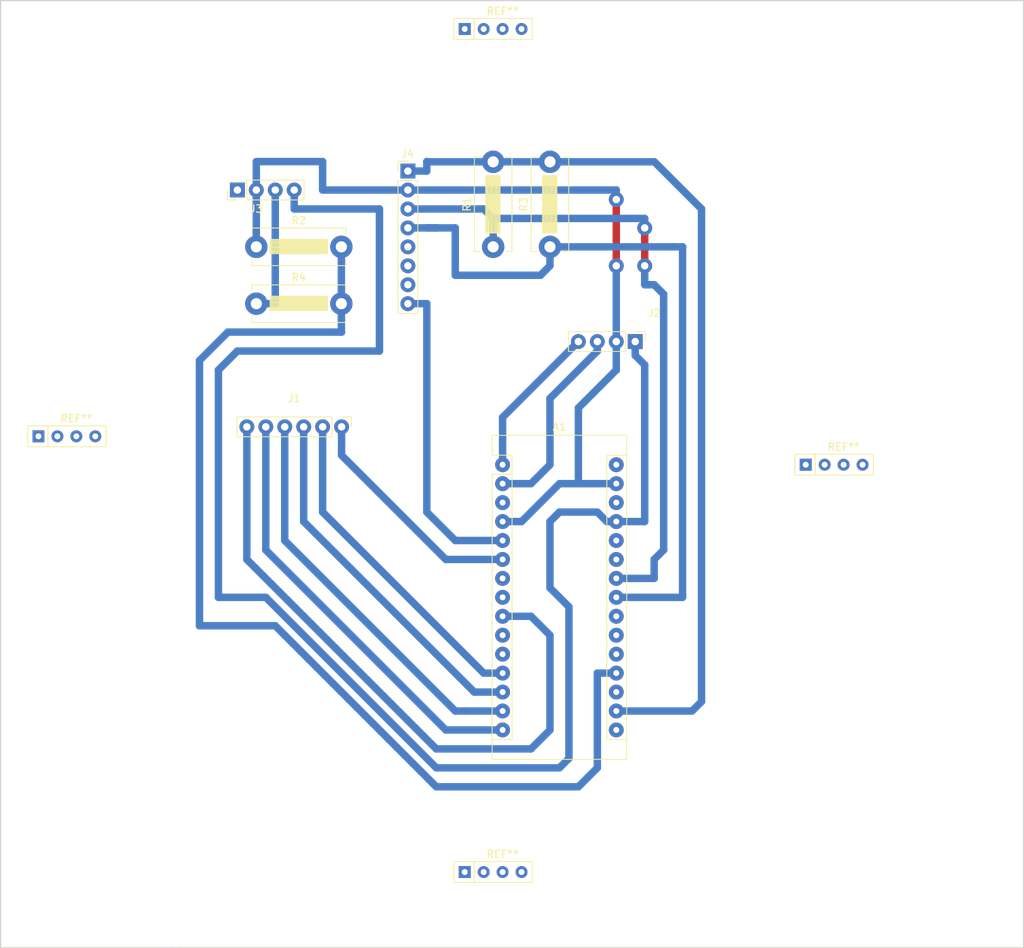
<source format=kicad_pcb>
(kicad_pcb (version 20171130) (host pcbnew 5.0.2+dfsg1-1)

  (general
    (thickness 1.6)
    (drawings 6)
    (tracks 123)
    (zones 0)
    (modules 13)
    (nets 35)
  )

  (page A4)
  (layers
    (0 F.Cu signal)
    (31 B.Cu signal)
    (32 B.Adhes user)
    (33 F.Adhes user)
    (34 B.Paste user)
    (35 F.Paste user)
    (36 B.SilkS user)
    (37 F.SilkS user)
    (38 B.Mask user)
    (39 F.Mask user)
    (40 Dwgs.User user)
    (41 Cmts.User user)
    (42 Eco1.User user)
    (43 Eco2.User user)
    (44 Edge.Cuts user)
    (45 Margin user)
    (46 B.CrtYd user)
    (47 F.CrtYd user)
    (48 B.Fab user)
    (49 F.Fab user)
  )

  (setup
    (last_trace_width 1)
    (user_trace_width 1)
    (user_trace_width 1.5)
    (user_trace_width 2)
    (trace_clearance 0.2)
    (zone_clearance 0.508)
    (zone_45_only no)
    (trace_min 1)
    (segment_width 0.2)
    (edge_width 0.15)
    (via_size 0.8)
    (via_drill 0.4)
    (via_min_size 0.8)
    (via_min_drill 0.3)
    (user_via 0.8 0.5)
    (user_via 1 0.7)
    (user_via 1.2 0.8)
    (user_via 1.6 1)
    (user_via 2 1.4)
    (uvia_size 0.6)
    (uvia_drill 0.4)
    (uvias_allowed no)
    (uvia_min_size 0.6)
    (uvia_min_drill 0.1)
    (pcb_text_width 0.3)
    (pcb_text_size 1.5 1.5)
    (mod_edge_width 0.15)
    (mod_text_size 1 1)
    (mod_text_width 0.15)
    (pad_size 2 2)
    (pad_drill 1)
    (pad_to_mask_clearance 0.051)
    (solder_mask_min_width 0.25)
    (aux_axis_origin 0 0)
    (visible_elements FFFFFF7F)
    (pcbplotparams
      (layerselection 0x01030_ffffffff)
      (usegerberextensions false)
      (usegerberattributes false)
      (usegerberadvancedattributes false)
      (creategerberjobfile false)
      (excludeedgelayer true)
      (linewidth 0.100000)
      (plotframeref false)
      (viasonmask false)
      (mode 1)
      (useauxorigin false)
      (hpglpennumber 1)
      (hpglpenspeed 20)
      (hpglpendiameter 15.000000)
      (psnegative false)
      (psa4output false)
      (plotreference true)
      (plotvalue true)
      (plotinvisibletext false)
      (padsonsilk false)
      (subtractmaskfromsilk false)
      (outputformat 1)
      (mirror false)
      (drillshape 0)
      (scaleselection 1)
      (outputdirectory "gerber2/"))
  )

  (net 0 "")
  (net 1 "Net-(A1-Pad1)")
  (net 2 "Net-(A1-Pad17)")
  (net 3 /TX)
  (net 4 "Net-(A1-Pad18)")
  (net 5 "Net-(A1-Pad3)")
  (net 6 "Net-(A1-Pad19)")
  (net 7 /GND)
  (net 8 "Net-(A1-Pad20)")
  (net 9 "Net-(A1-Pad5)")
  (net 10 "Net-(A1-Pad21)")
  (net 11 /EN1)
  (net 12 "Net-(A1-Pad22)")
  (net 13 "Net-(A1-Pad7)")
  (net 14 "Net-(A1-Pad23)")
  (net 15 "Net-(A1-Pad8)")
  (net 16 "Net-(A1-Pad24)")
  (net 17 /EN0)
  (net 18 "Net-(A1-Pad25)")
  (net 19 "Net-(A1-Pad10)")
  (net 20 "Net-(A1-Pad26)")
  (net 21 "Net-(A1-Pad11)")
  (net 22 /+5V)
  (net 23 "Net-(A1-Pad28)")
  (net 24 /IN1)
  (net 25 /IN2)
  (net 26 "Net-(A1-Pad30)")
  (net 27 /IN3)
  (net 28 /IN4)
  (net 29 "Net-(J3-Pad3)")
  (net 30 "Net-(J3-Pad1)")
  (net 31 "Net-(J4-Pad5)")
  (net 32 "Net-(J4-Pad6)")
  (net 33 "Net-(J4-Pad7)")
  (net 34 "Net-(A1-Pad16)")

  (net_class Default "Questo è il gruppo di collegamenti predefinito"
    (clearance 0.2)
    (trace_width 1)
    (via_dia 0.8)
    (via_drill 0.4)
    (uvia_dia 0.6)
    (uvia_drill 0.4)
    (diff_pair_gap 1)
    (diff_pair_width 1.2)
    (add_net /+5V)
    (add_net /EN0)
    (add_net /EN1)
    (add_net /GND)
    (add_net /IN1)
    (add_net /IN2)
    (add_net /IN3)
    (add_net /IN4)
    (add_net /TX)
    (add_net "Net-(A1-Pad1)")
    (add_net "Net-(A1-Pad10)")
    (add_net "Net-(A1-Pad11)")
    (add_net "Net-(A1-Pad16)")
    (add_net "Net-(A1-Pad17)")
    (add_net "Net-(A1-Pad18)")
    (add_net "Net-(A1-Pad19)")
    (add_net "Net-(A1-Pad20)")
    (add_net "Net-(A1-Pad21)")
    (add_net "Net-(A1-Pad22)")
    (add_net "Net-(A1-Pad23)")
    (add_net "Net-(A1-Pad24)")
    (add_net "Net-(A1-Pad25)")
    (add_net "Net-(A1-Pad26)")
    (add_net "Net-(A1-Pad28)")
    (add_net "Net-(A1-Pad3)")
    (add_net "Net-(A1-Pad30)")
    (add_net "Net-(A1-Pad5)")
    (add_net "Net-(A1-Pad7)")
    (add_net "Net-(A1-Pad8)")
    (add_net "Net-(J3-Pad1)")
    (add_net "Net-(J3-Pad3)")
    (add_net "Net-(J4-Pad5)")
    (add_net "Net-(J4-Pad6)")
    (add_net "Net-(J4-Pad7)")
  )

  (module Resistor_THT:R_Array_SIP4 (layer F.Cu) (tedit 5A14249F) (tstamp 5E47A6E6)
    (at 54.61 96.52)
    (descr "4-pin Resistor SIP pack")
    (tags R)
    (fp_text reference REF** (at 5.08 -2.4) (layer F.SilkS)
      (effects (font (size 1 1) (thickness 0.15)))
    )
    (fp_text value R_Array_SIP4 (at 5.08 2.4) (layer F.Fab)
      (effects (font (size 1 1) (thickness 0.15)))
    )
    (fp_text user %R (at 3.81 0) (layer F.Fab)
      (effects (font (size 1 1) (thickness 0.15)))
    )
    (fp_line (start -1.29 -1.25) (end -1.29 1.25) (layer F.Fab) (width 0.1))
    (fp_line (start -1.29 1.25) (end 8.91 1.25) (layer F.Fab) (width 0.1))
    (fp_line (start 8.91 1.25) (end 8.91 -1.25) (layer F.Fab) (width 0.1))
    (fp_line (start 8.91 -1.25) (end -1.29 -1.25) (layer F.Fab) (width 0.1))
    (fp_line (start 1.27 -1.25) (end 1.27 1.25) (layer F.Fab) (width 0.1))
    (fp_line (start -1.44 -1.4) (end -1.44 1.4) (layer F.SilkS) (width 0.12))
    (fp_line (start -1.44 1.4) (end 9.06 1.4) (layer F.SilkS) (width 0.12))
    (fp_line (start 9.06 1.4) (end 9.06 -1.4) (layer F.SilkS) (width 0.12))
    (fp_line (start 9.06 -1.4) (end -1.44 -1.4) (layer F.SilkS) (width 0.12))
    (fp_line (start 1.27 -1.4) (end 1.27 1.4) (layer F.SilkS) (width 0.12))
    (fp_line (start -1.7 -1.65) (end -1.7 1.65) (layer F.CrtYd) (width 0.05))
    (fp_line (start -1.7 1.65) (end 9.35 1.65) (layer F.CrtYd) (width 0.05))
    (fp_line (start 9.35 1.65) (end 9.35 -1.65) (layer F.CrtYd) (width 0.05))
    (fp_line (start 9.35 -1.65) (end -1.7 -1.65) (layer F.CrtYd) (width 0.05))
    (pad 1 thru_hole rect (at 0 0) (size 1.6 1.6) (drill 0.8) (layers *.Cu *.Mask))
    (pad 2 thru_hole oval (at 2.54 0) (size 1.6 1.6) (drill 0.8) (layers *.Cu *.Mask))
    (pad 3 thru_hole oval (at 5.08 0) (size 1.6 1.6) (drill 0.8) (layers *.Cu *.Mask))
    (pad 4 thru_hole oval (at 7.62 0) (size 1.6 1.6) (drill 0.8) (layers *.Cu *.Mask))
    (model ${KISYS3DMOD}/Resistor_THT.3dshapes/R_Array_SIP4.wrl
      (at (xyz 0 0 0))
      (scale (xyz 1 1 1))
      (rotate (xyz 0 0 0))
    )
  )

  (module Resistor_THT:R_Array_SIP4 (layer F.Cu) (tedit 5A14249F) (tstamp 5E47A6E6)
    (at 111.76 41.91)
    (descr "4-pin Resistor SIP pack")
    (tags R)
    (fp_text reference REF** (at 5.08 -2.4) (layer F.SilkS)
      (effects (font (size 1 1) (thickness 0.15)))
    )
    (fp_text value R_Array_SIP4 (at 5.08 2.4) (layer F.Fab)
      (effects (font (size 1 1) (thickness 0.15)))
    )
    (fp_text user %R (at 3.81 0) (layer F.Fab)
      (effects (font (size 1 1) (thickness 0.15)))
    )
    (fp_line (start -1.29 -1.25) (end -1.29 1.25) (layer F.Fab) (width 0.1))
    (fp_line (start -1.29 1.25) (end 8.91 1.25) (layer F.Fab) (width 0.1))
    (fp_line (start 8.91 1.25) (end 8.91 -1.25) (layer F.Fab) (width 0.1))
    (fp_line (start 8.91 -1.25) (end -1.29 -1.25) (layer F.Fab) (width 0.1))
    (fp_line (start 1.27 -1.25) (end 1.27 1.25) (layer F.Fab) (width 0.1))
    (fp_line (start -1.44 -1.4) (end -1.44 1.4) (layer F.SilkS) (width 0.12))
    (fp_line (start -1.44 1.4) (end 9.06 1.4) (layer F.SilkS) (width 0.12))
    (fp_line (start 9.06 1.4) (end 9.06 -1.4) (layer F.SilkS) (width 0.12))
    (fp_line (start 9.06 -1.4) (end -1.44 -1.4) (layer F.SilkS) (width 0.12))
    (fp_line (start 1.27 -1.4) (end 1.27 1.4) (layer F.SilkS) (width 0.12))
    (fp_line (start -1.7 -1.65) (end -1.7 1.65) (layer F.CrtYd) (width 0.05))
    (fp_line (start -1.7 1.65) (end 9.35 1.65) (layer F.CrtYd) (width 0.05))
    (fp_line (start 9.35 1.65) (end 9.35 -1.65) (layer F.CrtYd) (width 0.05))
    (fp_line (start 9.35 -1.65) (end -1.7 -1.65) (layer F.CrtYd) (width 0.05))
    (pad 1 thru_hole rect (at 0 0) (size 1.6 1.6) (drill 0.8) (layers *.Cu *.Mask))
    (pad 2 thru_hole oval (at 2.54 0) (size 1.6 1.6) (drill 0.8) (layers *.Cu *.Mask))
    (pad 3 thru_hole oval (at 5.08 0) (size 1.6 1.6) (drill 0.8) (layers *.Cu *.Mask))
    (pad 4 thru_hole oval (at 7.62 0) (size 1.6 1.6) (drill 0.8) (layers *.Cu *.Mask))
    (model ${KISYS3DMOD}/Resistor_THT.3dshapes/R_Array_SIP4.wrl
      (at (xyz 0 0 0))
      (scale (xyz 1 1 1))
      (rotate (xyz 0 0 0))
    )
  )

  (module Resistor_THT:R_Array_SIP4 (layer F.Cu) (tedit 5A14249F) (tstamp 5E47A6E6)
    (at 157.48 100.33)
    (descr "4-pin Resistor SIP pack")
    (tags R)
    (fp_text reference REF** (at 5.08 -2.4) (layer F.SilkS)
      (effects (font (size 1 1) (thickness 0.15)))
    )
    (fp_text value R_Array_SIP4 (at 5.08 2.4) (layer F.Fab)
      (effects (font (size 1 1) (thickness 0.15)))
    )
    (fp_text user %R (at 3.81 0) (layer F.Fab)
      (effects (font (size 1 1) (thickness 0.15)))
    )
    (fp_line (start -1.29 -1.25) (end -1.29 1.25) (layer F.Fab) (width 0.1))
    (fp_line (start -1.29 1.25) (end 8.91 1.25) (layer F.Fab) (width 0.1))
    (fp_line (start 8.91 1.25) (end 8.91 -1.25) (layer F.Fab) (width 0.1))
    (fp_line (start 8.91 -1.25) (end -1.29 -1.25) (layer F.Fab) (width 0.1))
    (fp_line (start 1.27 -1.25) (end 1.27 1.25) (layer F.Fab) (width 0.1))
    (fp_line (start -1.44 -1.4) (end -1.44 1.4) (layer F.SilkS) (width 0.12))
    (fp_line (start -1.44 1.4) (end 9.06 1.4) (layer F.SilkS) (width 0.12))
    (fp_line (start 9.06 1.4) (end 9.06 -1.4) (layer F.SilkS) (width 0.12))
    (fp_line (start 9.06 -1.4) (end -1.44 -1.4) (layer F.SilkS) (width 0.12))
    (fp_line (start 1.27 -1.4) (end 1.27 1.4) (layer F.SilkS) (width 0.12))
    (fp_line (start -1.7 -1.65) (end -1.7 1.65) (layer F.CrtYd) (width 0.05))
    (fp_line (start -1.7 1.65) (end 9.35 1.65) (layer F.CrtYd) (width 0.05))
    (fp_line (start 9.35 1.65) (end 9.35 -1.65) (layer F.CrtYd) (width 0.05))
    (fp_line (start 9.35 -1.65) (end -1.7 -1.65) (layer F.CrtYd) (width 0.05))
    (pad 1 thru_hole rect (at 0 0) (size 1.6 1.6) (drill 0.8) (layers *.Cu *.Mask))
    (pad 2 thru_hole oval (at 2.54 0) (size 1.6 1.6) (drill 0.8) (layers *.Cu *.Mask))
    (pad 3 thru_hole oval (at 5.08 0) (size 1.6 1.6) (drill 0.8) (layers *.Cu *.Mask))
    (pad 4 thru_hole oval (at 7.62 0) (size 1.6 1.6) (drill 0.8) (layers *.Cu *.Mask))
    (model ${KISYS3DMOD}/Resistor_THT.3dshapes/R_Array_SIP4.wrl
      (at (xyz 0 0 0))
      (scale (xyz 1 1 1))
      (rotate (xyz 0 0 0))
    )
  )

  (module Module:Arduino_Nano (layer F.Cu) (tedit 5E3B5642) (tstamp 5E42B2DA)
    (at 116.84 100.33)
    (descr "Arduino Nano, http://www.mouser.com/pdfdocs/Gravitech_Arduino_Nano3_0.pdf")
    (tags "Arduino Nano")
    (path /5E347C27)
    (fp_text reference A1 (at 7.62 -5.08) (layer F.SilkS)
      (effects (font (size 1 1) (thickness 0.15)))
    )
    (fp_text value Arduino_Nano_v3.x (at 8.89 19.05 90) (layer F.Fab)
      (effects (font (size 1 1) (thickness 0.15)))
    )
    (fp_text user %R (at 6.35 19.05 90) (layer F.Fab)
      (effects (font (size 1 1) (thickness 0.15)))
    )
    (fp_line (start 1.27 1.27) (end 1.27 -1.27) (layer F.SilkS) (width 0.12))
    (fp_line (start 1.27 -1.27) (end -1.4 -1.27) (layer F.SilkS) (width 0.12))
    (fp_line (start -1.4 1.27) (end -1.4 39.5) (layer F.SilkS) (width 0.12))
    (fp_line (start -1.4 -3.94) (end -1.4 -1.27) (layer F.SilkS) (width 0.12))
    (fp_line (start 13.97 -1.27) (end 16.64 -1.27) (layer F.SilkS) (width 0.12))
    (fp_line (start 13.97 -1.27) (end 13.97 36.83) (layer F.SilkS) (width 0.12))
    (fp_line (start 13.97 36.83) (end 16.64 36.83) (layer F.SilkS) (width 0.12))
    (fp_line (start 1.27 1.27) (end -1.4 1.27) (layer F.SilkS) (width 0.12))
    (fp_line (start 1.27 1.27) (end 1.27 36.83) (layer F.SilkS) (width 0.12))
    (fp_line (start 1.27 36.83) (end -1.4 36.83) (layer F.SilkS) (width 0.12))
    (fp_line (start 3.81 31.75) (end 11.43 31.75) (layer F.Fab) (width 0.1))
    (fp_line (start 11.43 31.75) (end 11.43 41.91) (layer F.Fab) (width 0.1))
    (fp_line (start 11.43 41.91) (end 3.81 41.91) (layer F.Fab) (width 0.1))
    (fp_line (start 3.81 41.91) (end 3.81 31.75) (layer F.Fab) (width 0.1))
    (fp_line (start -1.4 39.5) (end 16.64 39.5) (layer F.SilkS) (width 0.12))
    (fp_line (start 16.64 39.5) (end 16.64 -3.94) (layer F.SilkS) (width 0.12))
    (fp_line (start 16.64 -3.94) (end -1.4 -3.94) (layer F.SilkS) (width 0.12))
    (fp_line (start 16.51 39.37) (end -1.27 39.37) (layer F.Fab) (width 0.1))
    (fp_line (start -1.27 39.37) (end -1.27 -2.54) (layer F.Fab) (width 0.1))
    (fp_line (start -1.27 -2.54) (end 0 -3.81) (layer F.Fab) (width 0.1))
    (fp_line (start 0 -3.81) (end 16.51 -3.81) (layer F.Fab) (width 0.1))
    (fp_line (start 16.51 -3.81) (end 16.51 39.37) (layer F.Fab) (width 0.1))
    (fp_line (start -1.53 -4.06) (end 16.75 -4.06) (layer F.CrtYd) (width 0.05))
    (fp_line (start -1.53 -4.06) (end -1.53 42.16) (layer F.CrtYd) (width 0.05))
    (fp_line (start 16.75 42.16) (end 16.75 -4.06) (layer F.CrtYd) (width 0.05))
    (fp_line (start 16.75 42.16) (end -1.53 42.16) (layer F.CrtYd) (width 0.05))
    (pad 1 thru_hole oval (at 0 0) (size 2 2) (drill 0.8) (layers *.Cu *.Mask)
      (net 1 "Net-(A1-Pad1)"))
    (pad 17 thru_hole oval (at 15.24 33.02) (size 2 2) (drill 0.8) (layers *.Cu *.Mask)
      (net 2 "Net-(A1-Pad17)"))
    (pad 2 thru_hole oval (at 0 2.54) (size 2 2) (drill 0.8) (layers *.Cu *.Mask)
      (net 3 /TX))
    (pad 18 thru_hole oval (at 15.24 30.48) (size 2 2) (drill 0.8) (layers *.Cu *.Mask)
      (net 4 "Net-(A1-Pad18)"))
    (pad 3 thru_hole oval (at 0 5.08) (size 2 2) (drill 0.8) (layers *.Cu *.Mask)
      (net 5 "Net-(A1-Pad3)"))
    (pad 19 thru_hole oval (at 15.24 27.94) (size 2 2) (drill 0.8) (layers *.Cu *.Mask)
      (net 6 "Net-(A1-Pad19)"))
    (pad 4 thru_hole oval (at 0 7.62) (size 2 2) (drill 0.8) (layers *.Cu *.Mask)
      (net 7 /GND))
    (pad 20 thru_hole oval (at 15.24 25.4) (size 2 2) (drill 0.8) (layers *.Cu *.Mask)
      (net 8 "Net-(A1-Pad20)"))
    (pad 5 thru_hole oval (at 0 10.16) (size 2 2) (drill 0.8) (layers *.Cu *.Mask)
      (net 9 "Net-(A1-Pad5)"))
    (pad 21 thru_hole oval (at 15.24 22.86) (size 2 2) (drill 0.8) (layers *.Cu *.Mask)
      (net 10 "Net-(A1-Pad21)"))
    (pad 6 thru_hole oval (at 0 12.7) (size 2 2) (drill 0.8) (layers *.Cu *.Mask)
      (net 11 /EN1))
    (pad 22 thru_hole oval (at 15.24 20.32) (size 2 2) (drill 0.8) (layers *.Cu *.Mask)
      (net 12 "Net-(A1-Pad22)"))
    (pad 7 thru_hole oval (at 0 15.24) (size 2 2) (drill 0.8) (layers *.Cu *.Mask)
      (net 13 "Net-(A1-Pad7)"))
    (pad 23 thru_hole oval (at 15.24 17.78) (size 2 2) (drill 0.8) (layers *.Cu *.Mask)
      (net 14 "Net-(A1-Pad23)"))
    (pad 8 thru_hole oval (at 0 17.78) (size 2 2) (drill 0.8) (layers *.Cu *.Mask)
      (net 15 "Net-(A1-Pad8)"))
    (pad 24 thru_hole oval (at 15.24 15.24) (size 2 2) (drill 0.8) (layers *.Cu *.Mask)
      (net 16 "Net-(A1-Pad24)"))
    (pad 9 thru_hole oval (at 0 20.32) (size 2 2) (drill 0.8) (layers *.Cu *.Mask)
      (net 17 /EN0))
    (pad 25 thru_hole oval (at 15.24 12.7) (size 2 2) (drill 0.8) (layers *.Cu *.Mask)
      (net 18 "Net-(A1-Pad25)"))
    (pad 10 thru_hole oval (at 0 22.86) (size 2 2) (drill 0.8) (layers *.Cu *.Mask)
      (net 19 "Net-(A1-Pad10)"))
    (pad 26 thru_hole oval (at 15.24 10.16) (size 2 2) (drill 0.8) (layers *.Cu *.Mask)
      (net 20 "Net-(A1-Pad26)"))
    (pad 11 thru_hole oval (at 0 25.4) (size 2 2) (drill 0.8) (layers *.Cu *.Mask)
      (net 21 "Net-(A1-Pad11)"))
    (pad 27 thru_hole oval (at 15.24 7.62) (size 2 2) (drill 0.8) (layers *.Cu *.Mask)
      (net 22 /+5V))
    (pad 12 thru_hole oval (at 0 27.94) (size 2 2) (drill 0.8) (layers *.Cu *.Mask)
      (net 24 /IN1))
    (pad 28 thru_hole oval (at 15.24 5.08) (size 2 2) (drill 0.8) (layers *.Cu *.Mask)
      (net 23 "Net-(A1-Pad28)"))
    (pad 13 thru_hole oval (at 0 30.48) (size 2 2) (drill 0.8) (layers *.Cu *.Mask)
      (net 25 /IN2))
    (pad 29 thru_hole oval (at 15.24 2.54) (size 2 2) (drill 0.8) (layers *.Cu *.Mask)
      (net 7 /GND))
    (pad 14 thru_hole oval (at 0 33.02) (size 2 2) (drill 0.8) (layers *.Cu *.Mask)
      (net 27 /IN3))
    (pad 30 thru_hole oval (at 15.24 0) (size 2 2) (drill 0.8) (layers *.Cu *.Mask)
      (net 26 "Net-(A1-Pad30)"))
    (pad 15 thru_hole oval (at 0 35.56) (size 2 2) (drill 0.8) (layers *.Cu *.Mask)
      (net 28 /IN4))
    (pad 16 thru_hole oval (at 15.24 35.56) (size 2 2) (drill 0.8) (layers *.Cu *.Mask)
      (net 34 "Net-(A1-Pad16)"))
    (model ${KISYS3DMOD}/Module.3dshapes/Arduino_Nano_WithMountingHoles.wrl
      (at (xyz 0 0 0))
      (scale (xyz 1 1 1))
      (rotate (xyz 0 0 0))
    )
  )

  (module Connector_PinHeader_2.54mm:PinHeader_1x06_P2.54mm_Vertical (layer F.Cu) (tedit 5E3B569A) (tstamp 5E42B2F4)
    (at 95.25 95.25 270)
    (descr "Through hole straight pin header, 1x06, 2.54mm pitch, single row")
    (tags "Through hole pin header THT 1x06 2.54mm single row")
    (path /5E348110)
    (fp_text reference J1 (at -3.81 6.35) (layer F.SilkS)
      (effects (font (size 1 1) (thickness 0.15)))
    )
    (fp_text value L298N (at -6.35 6.35) (layer F.Fab)
      (effects (font (size 1 1) (thickness 0.15)))
    )
    (fp_line (start -0.635 -1.27) (end 1.27 -1.27) (layer F.Fab) (width 0.1))
    (fp_line (start 1.27 -1.27) (end 1.27 13.97) (layer F.Fab) (width 0.1))
    (fp_line (start 1.27 13.97) (end -1.27 13.97) (layer F.Fab) (width 0.1))
    (fp_line (start -1.27 13.97) (end -1.27 -0.635) (layer F.Fab) (width 0.1))
    (fp_line (start -1.27 -0.635) (end -0.635 -1.27) (layer F.Fab) (width 0.1))
    (fp_line (start -1.33 14.03) (end 1.33 14.03) (layer F.SilkS) (width 0.12))
    (fp_line (start -1.33 1.27) (end -1.33 14.03) (layer F.SilkS) (width 0.12))
    (fp_line (start 1.33 1.27) (end 1.33 14.03) (layer F.SilkS) (width 0.12))
    (fp_line (start -1.33 1.27) (end 1.33 1.27) (layer F.SilkS) (width 0.12))
    (fp_line (start -1.33 0) (end -1.33 -1.33) (layer F.SilkS) (width 0.12))
    (fp_line (start -1.33 -1.33) (end 0 -1.33) (layer F.SilkS) (width 0.12))
    (fp_line (start -1.8 -1.8) (end -1.8 14.5) (layer F.CrtYd) (width 0.05))
    (fp_line (start -1.8 14.5) (end 1.8 14.5) (layer F.CrtYd) (width 0.05))
    (fp_line (start 1.8 14.5) (end 1.8 -1.8) (layer F.CrtYd) (width 0.05))
    (fp_line (start 1.8 -1.8) (end -1.8 -1.8) (layer F.CrtYd) (width 0.05))
    (fp_text user %R (at 0 6.35) (layer F.Fab)
      (effects (font (size 1 1) (thickness 0.15)))
    )
    (pad 1 thru_hole oval (at 0 0 270) (size 2 2) (drill 1) (layers *.Cu *.Mask)
      (net 11 /EN1))
    (pad 2 thru_hole oval (at 0 2.54 270) (size 2 2) (drill 1) (layers *.Cu *.Mask)
      (net 24 /IN1))
    (pad 3 thru_hole oval (at 0 5.08 270) (size 2 2) (drill 1) (layers *.Cu *.Mask)
      (net 25 /IN2))
    (pad 4 thru_hole oval (at 0 7.62 270) (size 2 2) (drill 1) (layers *.Cu *.Mask)
      (net 27 /IN3))
    (pad 5 thru_hole oval (at 0 10.16 270) (size 2 2) (drill 1) (layers *.Cu *.Mask)
      (net 28 /IN4))
    (pad 6 thru_hole oval (at 0 12.7 270) (size 2 2) (drill 1) (layers *.Cu *.Mask)
      (net 17 /EN0))
    (model ${KISYS3DMOD}/Connector_PinHeader_2.54mm.3dshapes/PinHeader_1x06_P2.54mm_Vertical.wrl
      (at (xyz 0 0 0))
      (scale (xyz 1 1 1))
      (rotate (xyz 0 0 0))
    )
  )

  (module Connector_PinHeader_2.54mm:PinHeader_1x04_P2.54mm_Vertical (layer F.Cu) (tedit 5E3B56EF) (tstamp 5E42B30C)
    (at 134.62 83.82 270)
    (descr "Through hole straight pin header, 1x04, 2.54mm pitch, single row")
    (tags "Through hole pin header THT 1x04 2.54mm single row")
    (path /5E348214)
    (fp_text reference J2 (at -3.81 -2.54) (layer F.SilkS)
      (effects (font (size 1 1) (thickness 0.15)))
    )
    (fp_text value HC-06 (at -3.81 7.62) (layer F.Fab)
      (effects (font (size 1 1) (thickness 0.15)))
    )
    (fp_line (start -0.635 -1.27) (end 1.27 -1.27) (layer F.Fab) (width 0.1))
    (fp_line (start 1.27 -1.27) (end 1.27 8.89) (layer F.Fab) (width 0.1))
    (fp_line (start 1.27 8.89) (end -1.27 8.89) (layer F.Fab) (width 0.1))
    (fp_line (start -1.27 8.89) (end -1.27 -0.635) (layer F.Fab) (width 0.1))
    (fp_line (start -1.27 -0.635) (end -0.635 -1.27) (layer F.Fab) (width 0.1))
    (fp_line (start -1.33 8.95) (end 1.33 8.95) (layer F.SilkS) (width 0.12))
    (fp_line (start -1.33 1.27) (end -1.33 8.95) (layer F.SilkS) (width 0.12))
    (fp_line (start 1.33 1.27) (end 1.33 8.95) (layer F.SilkS) (width 0.12))
    (fp_line (start -1.33 1.27) (end 1.33 1.27) (layer F.SilkS) (width 0.12))
    (fp_line (start -1.33 0) (end -1.33 -1.33) (layer F.SilkS) (width 0.12))
    (fp_line (start -1.33 -1.33) (end 0 -1.33) (layer F.SilkS) (width 0.12))
    (fp_line (start -1.8 -1.8) (end -1.8 9.4) (layer F.CrtYd) (width 0.05))
    (fp_line (start -1.8 9.4) (end 1.8 9.4) (layer F.CrtYd) (width 0.05))
    (fp_line (start 1.8 9.4) (end 1.8 -1.8) (layer F.CrtYd) (width 0.05))
    (fp_line (start 1.8 -1.8) (end -1.8 -1.8) (layer F.CrtYd) (width 0.05))
    (fp_text user %R (at 0 3.81) (layer F.Fab)
      (effects (font (size 1 1) (thickness 0.15)))
    )
    (pad 1 thru_hole rect (at 0 0 270) (size 2 2) (drill 1) (layers *.Cu *.Mask)
      (net 22 /+5V))
    (pad 2 thru_hole oval (at 0 2.54 270) (size 2 2) (drill 1) (layers *.Cu *.Mask)
      (net 7 /GND))
    (pad 3 thru_hole oval (at 0 5.08 270) (size 2 2) (drill 1) (layers *.Cu *.Mask)
      (net 3 /TX))
    (pad 4 thru_hole oval (at 0 7.62 270) (size 2 2) (drill 1) (layers *.Cu *.Mask)
      (net 1 "Net-(A1-Pad1)"))
    (model ${KISYS3DMOD}/Connector_PinHeader_2.54mm.3dshapes/PinHeader_1x04_P2.54mm_Vertical.wrl
      (at (xyz 0 0 0))
      (scale (xyz 1 1 1))
      (rotate (xyz 0 0 0))
    )
  )

  (module Connector_PinHeader_2.54mm:PinHeader_1x04_P2.54mm_Vertical (layer F.Cu) (tedit 5E3B56C6) (tstamp 5E42B324)
    (at 81.28 63.5 90)
    (descr "Through hole straight pin header, 1x04, 2.54mm pitch, single row")
    (tags "Through hole pin header THT 1x04 2.54mm single row")
    (path /5E348846)
    (fp_text reference J3 (at -2.54 2.54 180) (layer F.SilkS)
      (effects (font (size 1 1) (thickness 0.15)))
    )
    (fp_text value ALIM (at -5.08 2.54 180) (layer F.Fab)
      (effects (font (size 1 1) (thickness 0.15)))
    )
    (fp_text user %R (at 0 3.81 180) (layer F.Fab)
      (effects (font (size 1 1) (thickness 0.15)))
    )
    (fp_line (start 1.8 -1.8) (end -1.8 -1.8) (layer F.CrtYd) (width 0.05))
    (fp_line (start 1.8 9.4) (end 1.8 -1.8) (layer F.CrtYd) (width 0.05))
    (fp_line (start -1.8 9.4) (end 1.8 9.4) (layer F.CrtYd) (width 0.05))
    (fp_line (start -1.8 -1.8) (end -1.8 9.4) (layer F.CrtYd) (width 0.05))
    (fp_line (start -1.33 -1.33) (end 0 -1.33) (layer F.SilkS) (width 0.12))
    (fp_line (start -1.33 0) (end -1.33 -1.33) (layer F.SilkS) (width 0.12))
    (fp_line (start -1.33 1.27) (end 1.33 1.27) (layer F.SilkS) (width 0.12))
    (fp_line (start 1.33 1.27) (end 1.33 8.95) (layer F.SilkS) (width 0.12))
    (fp_line (start -1.33 1.27) (end -1.33 8.95) (layer F.SilkS) (width 0.12))
    (fp_line (start -1.33 8.95) (end 1.33 8.95) (layer F.SilkS) (width 0.12))
    (fp_line (start -1.27 -0.635) (end -0.635 -1.27) (layer F.Fab) (width 0.1))
    (fp_line (start -1.27 8.89) (end -1.27 -0.635) (layer F.Fab) (width 0.1))
    (fp_line (start 1.27 8.89) (end -1.27 8.89) (layer F.Fab) (width 0.1))
    (fp_line (start 1.27 -1.27) (end 1.27 8.89) (layer F.Fab) (width 0.1))
    (fp_line (start -0.635 -1.27) (end 1.27 -1.27) (layer F.Fab) (width 0.1))
    (pad 4 thru_hole oval (at 0 7.62 90) (size 2 2) (drill 1) (layers *.Cu *.Mask)
      (net 22 /+5V))
    (pad 3 thru_hole oval (at 0 5.08 90) (size 2 2) (drill 1) (layers *.Cu *.Mask)
      (net 29 "Net-(J3-Pad3)"))
    (pad 2 thru_hole oval (at 0 2.54 90) (size 2 2) (drill 1) (layers *.Cu *.Mask)
      (net 7 /GND))
    (pad 1 thru_hole rect (at 0 0 90) (size 2 2) (drill 1) (layers *.Cu *.Mask)
      (net 30 "Net-(J3-Pad1)"))
    (model ${KISYS3DMOD}/Connector_PinHeader_2.54mm.3dshapes/PinHeader_1x04_P2.54mm_Vertical.wrl
      (at (xyz 0 0 0))
      (scale (xyz 1 1 1))
      (rotate (xyz 0 0 0))
    )
  )

  (module Connector_PinHeader_2.54mm:PinHeader_1x08_P2.54mm_Vertical (layer F.Cu) (tedit 5E3B56CF) (tstamp 5E42B340)
    (at 104.14 60.96)
    (descr "Through hole straight pin header, 1x08, 2.54mm pitch, single row")
    (tags "Through hole pin header THT 1x08 2.54mm single row")
    (path /5E34804B)
    (fp_text reference J4 (at 0 -2.33) (layer F.SilkS)
      (effects (font (size 1 1) (thickness 0.15)))
    )
    (fp_text value GY-521 (at -3.81 -5.08) (layer F.Fab)
      (effects (font (size 1 1) (thickness 0.15)))
    )
    (fp_line (start -0.635 -1.27) (end 1.27 -1.27) (layer F.Fab) (width 0.1))
    (fp_line (start 1.27 -1.27) (end 1.27 19.05) (layer F.Fab) (width 0.1))
    (fp_line (start 1.27 19.05) (end -1.27 19.05) (layer F.Fab) (width 0.1))
    (fp_line (start -1.27 19.05) (end -1.27 -0.635) (layer F.Fab) (width 0.1))
    (fp_line (start -1.27 -0.635) (end -0.635 -1.27) (layer F.Fab) (width 0.1))
    (fp_line (start -1.33 19.11) (end 1.33 19.11) (layer F.SilkS) (width 0.12))
    (fp_line (start -1.33 1.27) (end -1.33 19.11) (layer F.SilkS) (width 0.12))
    (fp_line (start 1.33 1.27) (end 1.33 19.11) (layer F.SilkS) (width 0.12))
    (fp_line (start -1.33 1.27) (end 1.33 1.27) (layer F.SilkS) (width 0.12))
    (fp_line (start -1.33 0) (end -1.33 -1.33) (layer F.SilkS) (width 0.12))
    (fp_line (start -1.33 -1.33) (end 0 -1.33) (layer F.SilkS) (width 0.12))
    (fp_line (start -1.8 -1.8) (end -1.8 19.55) (layer F.CrtYd) (width 0.05))
    (fp_line (start -1.8 19.55) (end 1.8 19.55) (layer F.CrtYd) (width 0.05))
    (fp_line (start 1.8 19.55) (end 1.8 -1.8) (layer F.CrtYd) (width 0.05))
    (fp_line (start 1.8 -1.8) (end -1.8 -1.8) (layer F.CrtYd) (width 0.05))
    (fp_text user %R (at 0 8.89 90) (layer F.Fab)
      (effects (font (size 1 1) (thickness 0.15)))
    )
    (pad 1 thru_hole rect (at 0 0) (size 2 2) (drill 1) (layers *.Cu *.Mask)
      (net 2 "Net-(A1-Pad17)"))
    (pad 2 thru_hole oval (at 0 2.54) (size 2 2) (drill 1) (layers *.Cu *.Mask)
      (net 7 /GND))
    (pad 3 thru_hole oval (at 0 5.08) (size 2 2) (drill 1) (layers *.Cu *.Mask)
      (net 16 "Net-(A1-Pad24)"))
    (pad 4 thru_hole oval (at 0 7.62) (size 2 2) (drill 1) (layers *.Cu *.Mask)
      (net 14 "Net-(A1-Pad23)"))
    (pad 5 thru_hole oval (at 0 10.16) (size 2 2) (drill 1) (layers *.Cu *.Mask)
      (net 31 "Net-(J4-Pad5)"))
    (pad 6 thru_hole oval (at 0 12.7) (size 2 2) (drill 1) (layers *.Cu *.Mask)
      (net 32 "Net-(J4-Pad6)"))
    (pad 7 thru_hole oval (at 0 15.24) (size 2 2) (drill 1) (layers *.Cu *.Mask)
      (net 33 "Net-(J4-Pad7)"))
    (pad 8 thru_hole oval (at 0 17.78) (size 2 2) (drill 1) (layers *.Cu *.Mask)
      (net 9 "Net-(A1-Pad5)"))
    (model ${KISYS3DMOD}/Connector_PinHeader_2.54mm.3dshapes/PinHeader_1x08_P2.54mm_Vertical.wrl
      (at (xyz 0 0 0))
      (scale (xyz 1 1 1))
      (rotate (xyz 0 0 0))
    )
  )

  (module Resistor_THT:R_Bare_Metal_Element_L12.4mm_W4.8mm_P11.40mm (layer F.Cu) (tedit 5AE5139B) (tstamp 5E42B368)
    (at 115.57 71.12 90)
    (descr "Resistor, Bare_Metal_Element series, Bare Metal Strip/Wire, Horizontal, pin pitch=11.4mm, 1W, length*width=12.4*4.8mm^2, https://www.bourns.com/pdfs/PWR4412-2S.pdf")
    (tags "Resistor Bare_Metal_Element series Bare Metal Strip Wire Horizontal pin pitch 11.4mm 1W length 12.4mm width 4.8mm ")
    (path /5E34AA6E)
    (fp_text reference R1 (at 5.7 -3.52 90) (layer F.SilkS)
      (effects (font (size 1 1) (thickness 0.15)))
    )
    (fp_text value R (at 5.7 3.52 90) (layer F.Fab)
      (effects (font (size 1 1) (thickness 0.15)))
    )
    (fp_text user %R (at 5.7 0 90) (layer F.Fab)
      (effects (font (size 1 1) (thickness 0.15)))
    )
    (fp_line (start 13.15 -2.65) (end -1.75 -2.65) (layer F.CrtYd) (width 0.05))
    (fp_line (start 13.15 2.65) (end 13.15 -2.65) (layer F.CrtYd) (width 0.05))
    (fp_line (start -1.75 2.65) (end 13.15 2.65) (layer F.CrtYd) (width 0.05))
    (fp_line (start -1.75 -2.65) (end -1.75 2.65) (layer F.CrtYd) (width 0.05))
    (fp_line (start 9.54 -1) (end 9.54 0.92) (layer F.SilkS) (width 0.12))
    (fp_line (start 1.86 -1) (end 1.86 0.92) (layer F.SilkS) (width 0.12))
    (fp_line (start 1.86 0.92) (end 9.54 0.92) (layer F.SilkS) (width 0.12))
    (fp_line (start 1.86 0.8) (end 9.54 0.8) (layer F.SilkS) (width 0.12))
    (fp_line (start 1.86 0.68) (end 9.54 0.68) (layer F.SilkS) (width 0.12))
    (fp_line (start 1.86 0.56) (end 9.54 0.56) (layer F.SilkS) (width 0.12))
    (fp_line (start 1.86 0.44) (end 9.54 0.44) (layer F.SilkS) (width 0.12))
    (fp_line (start 1.86 0.32) (end 9.54 0.32) (layer F.SilkS) (width 0.12))
    (fp_line (start 1.86 0.2) (end 9.54 0.2) (layer F.SilkS) (width 0.12))
    (fp_line (start 1.86 0.08) (end 9.54 0.08) (layer F.SilkS) (width 0.12))
    (fp_line (start 1.86 -0.04) (end 9.54 -0.04) (layer F.SilkS) (width 0.12))
    (fp_line (start 1.86 -0.16) (end 9.54 -0.16) (layer F.SilkS) (width 0.12))
    (fp_line (start 1.86 -0.28) (end 9.54 -0.28) (layer F.SilkS) (width 0.12))
    (fp_line (start 1.86 -0.4) (end 9.54 -0.4) (layer F.SilkS) (width 0.12))
    (fp_line (start 1.86 -0.52) (end 9.54 -0.52) (layer F.SilkS) (width 0.12))
    (fp_line (start 1.86 -0.64) (end 9.54 -0.64) (layer F.SilkS) (width 0.12))
    (fp_line (start 1.86 -0.76) (end 9.54 -0.76) (layer F.SilkS) (width 0.12))
    (fp_line (start 1.86 -0.88) (end 9.54 -0.88) (layer F.SilkS) (width 0.12))
    (fp_line (start 1.86 -1) (end 9.54 -1) (layer F.SilkS) (width 0.12))
    (fp_line (start 12.02 2.52) (end 12.02 1.74) (layer F.SilkS) (width 0.12))
    (fp_line (start -0.62 2.52) (end 12.02 2.52) (layer F.SilkS) (width 0.12))
    (fp_line (start -0.62 1.74) (end -0.62 2.52) (layer F.SilkS) (width 0.12))
    (fp_line (start 12.02 -2.52) (end 12.02 -1.74) (layer F.SilkS) (width 0.12))
    (fp_line (start -0.62 -2.52) (end 12.02 -2.52) (layer F.SilkS) (width 0.12))
    (fp_line (start -0.62 -1.74) (end -0.62 -2.52) (layer F.SilkS) (width 0.12))
    (fp_line (start 11.9 -2.4) (end -0.5 -2.4) (layer F.Fab) (width 0.1))
    (fp_line (start 11.9 2.4) (end 11.9 -2.4) (layer F.Fab) (width 0.1))
    (fp_line (start -0.5 2.4) (end 11.9 2.4) (layer F.Fab) (width 0.1))
    (fp_line (start -0.5 -2.4) (end -0.5 2.4) (layer F.Fab) (width 0.1))
    (pad 2 thru_hole oval (at 11.4 0 90) (size 3 3) (drill 1.5) (layers *.Cu *.Mask)
      (net 2 "Net-(A1-Pad17)"))
    (pad 1 thru_hole circle (at 0 0 90) (size 3 3) (drill 1.5) (layers *.Cu *.Mask)
      (net 16 "Net-(A1-Pad24)"))
    (model ${KISYS3DMOD}/Resistor_THT.3dshapes/R_Bare_Metal_Element_L12.4mm_W4.8mm_P11.40mm.wrl
      (at (xyz 0 0 0))
      (scale (xyz 1 1 1))
      (rotate (xyz 0 0 0))
    )
  )

  (module Resistor_THT:R_Bare_Metal_Element_L12.4mm_W4.8mm_P11.40mm (layer F.Cu) (tedit 5AE5139B) (tstamp 5E42B390)
    (at 83.82 71.12)
    (descr "Resistor, Bare_Metal_Element series, Bare Metal Strip/Wire, Horizontal, pin pitch=11.4mm, 1W, length*width=12.4*4.8mm^2, https://www.bourns.com/pdfs/PWR4412-2S.pdf")
    (tags "Resistor Bare_Metal_Element series Bare Metal Strip Wire Horizontal pin pitch 11.4mm 1W length 12.4mm width 4.8mm ")
    (path /5E34E27D)
    (fp_text reference R2 (at 5.7 -3.52) (layer F.SilkS)
      (effects (font (size 1 1) (thickness 0.15)))
    )
    (fp_text value R (at 5.7 3.52) (layer F.Fab)
      (effects (font (size 1 1) (thickness 0.15)))
    )
    (fp_text user %R (at 5.7 0) (layer F.Fab)
      (effects (font (size 1 1) (thickness 0.15)))
    )
    (fp_line (start 13.15 -2.65) (end -1.75 -2.65) (layer F.CrtYd) (width 0.05))
    (fp_line (start 13.15 2.65) (end 13.15 -2.65) (layer F.CrtYd) (width 0.05))
    (fp_line (start -1.75 2.65) (end 13.15 2.65) (layer F.CrtYd) (width 0.05))
    (fp_line (start -1.75 -2.65) (end -1.75 2.65) (layer F.CrtYd) (width 0.05))
    (fp_line (start 9.54 -1) (end 9.54 0.92) (layer F.SilkS) (width 0.12))
    (fp_line (start 1.86 -1) (end 1.86 0.92) (layer F.SilkS) (width 0.12))
    (fp_line (start 1.86 0.92) (end 9.54 0.92) (layer F.SilkS) (width 0.12))
    (fp_line (start 1.86 0.8) (end 9.54 0.8) (layer F.SilkS) (width 0.12))
    (fp_line (start 1.86 0.68) (end 9.54 0.68) (layer F.SilkS) (width 0.12))
    (fp_line (start 1.86 0.56) (end 9.54 0.56) (layer F.SilkS) (width 0.12))
    (fp_line (start 1.86 0.44) (end 9.54 0.44) (layer F.SilkS) (width 0.12))
    (fp_line (start 1.86 0.32) (end 9.54 0.32) (layer F.SilkS) (width 0.12))
    (fp_line (start 1.86 0.2) (end 9.54 0.2) (layer F.SilkS) (width 0.12))
    (fp_line (start 1.86 0.08) (end 9.54 0.08) (layer F.SilkS) (width 0.12))
    (fp_line (start 1.86 -0.04) (end 9.54 -0.04) (layer F.SilkS) (width 0.12))
    (fp_line (start 1.86 -0.16) (end 9.54 -0.16) (layer F.SilkS) (width 0.12))
    (fp_line (start 1.86 -0.28) (end 9.54 -0.28) (layer F.SilkS) (width 0.12))
    (fp_line (start 1.86 -0.4) (end 9.54 -0.4) (layer F.SilkS) (width 0.12))
    (fp_line (start 1.86 -0.52) (end 9.54 -0.52) (layer F.SilkS) (width 0.12))
    (fp_line (start 1.86 -0.64) (end 9.54 -0.64) (layer F.SilkS) (width 0.12))
    (fp_line (start 1.86 -0.76) (end 9.54 -0.76) (layer F.SilkS) (width 0.12))
    (fp_line (start 1.86 -0.88) (end 9.54 -0.88) (layer F.SilkS) (width 0.12))
    (fp_line (start 1.86 -1) (end 9.54 -1) (layer F.SilkS) (width 0.12))
    (fp_line (start 12.02 2.52) (end 12.02 1.74) (layer F.SilkS) (width 0.12))
    (fp_line (start -0.62 2.52) (end 12.02 2.52) (layer F.SilkS) (width 0.12))
    (fp_line (start -0.62 1.74) (end -0.62 2.52) (layer F.SilkS) (width 0.12))
    (fp_line (start 12.02 -2.52) (end 12.02 -1.74) (layer F.SilkS) (width 0.12))
    (fp_line (start -0.62 -2.52) (end 12.02 -2.52) (layer F.SilkS) (width 0.12))
    (fp_line (start -0.62 -1.74) (end -0.62 -2.52) (layer F.SilkS) (width 0.12))
    (fp_line (start 11.9 -2.4) (end -0.5 -2.4) (layer F.Fab) (width 0.1))
    (fp_line (start 11.9 2.4) (end 11.9 -2.4) (layer F.Fab) (width 0.1))
    (fp_line (start -0.5 2.4) (end 11.9 2.4) (layer F.Fab) (width 0.1))
    (fp_line (start -0.5 -2.4) (end -0.5 2.4) (layer F.Fab) (width 0.1))
    (pad 2 thru_hole oval (at 11.4 0) (size 3 3) (drill 1.5) (layers *.Cu *.Mask)
      (net 6 "Net-(A1-Pad19)"))
    (pad 1 thru_hole circle (at 0 0) (size 3 3) (drill 1.5) (layers *.Cu *.Mask)
      (net 7 /GND))
    (model ${KISYS3DMOD}/Resistor_THT.3dshapes/R_Bare_Metal_Element_L12.4mm_W4.8mm_P11.40mm.wrl
      (at (xyz 0 0 0))
      (scale (xyz 1 1 1))
      (rotate (xyz 0 0 0))
    )
  )

  (module Resistor_THT:R_Bare_Metal_Element_L12.4mm_W4.8mm_P11.40mm (layer F.Cu) (tedit 5AE5139B) (tstamp 5E42B3B8)
    (at 123.19 71.12 90)
    (descr "Resistor, Bare_Metal_Element series, Bare Metal Strip/Wire, Horizontal, pin pitch=11.4mm, 1W, length*width=12.4*4.8mm^2, https://www.bourns.com/pdfs/PWR4412-2S.pdf")
    (tags "Resistor Bare_Metal_Element series Bare Metal Strip Wire Horizontal pin pitch 11.4mm 1W length 12.4mm width 4.8mm ")
    (path /5E34AA0C)
    (fp_text reference R3 (at 5.7 -3.52 90) (layer F.SilkS)
      (effects (font (size 1 1) (thickness 0.15)))
    )
    (fp_text value R (at 5.7 3.52 90) (layer F.Fab)
      (effects (font (size 1 1) (thickness 0.15)))
    )
    (fp_line (start -0.5 -2.4) (end -0.5 2.4) (layer F.Fab) (width 0.1))
    (fp_line (start -0.5 2.4) (end 11.9 2.4) (layer F.Fab) (width 0.1))
    (fp_line (start 11.9 2.4) (end 11.9 -2.4) (layer F.Fab) (width 0.1))
    (fp_line (start 11.9 -2.4) (end -0.5 -2.4) (layer F.Fab) (width 0.1))
    (fp_line (start -0.62 -1.74) (end -0.62 -2.52) (layer F.SilkS) (width 0.12))
    (fp_line (start -0.62 -2.52) (end 12.02 -2.52) (layer F.SilkS) (width 0.12))
    (fp_line (start 12.02 -2.52) (end 12.02 -1.74) (layer F.SilkS) (width 0.12))
    (fp_line (start -0.62 1.74) (end -0.62 2.52) (layer F.SilkS) (width 0.12))
    (fp_line (start -0.62 2.52) (end 12.02 2.52) (layer F.SilkS) (width 0.12))
    (fp_line (start 12.02 2.52) (end 12.02 1.74) (layer F.SilkS) (width 0.12))
    (fp_line (start 1.86 -1) (end 9.54 -1) (layer F.SilkS) (width 0.12))
    (fp_line (start 1.86 -0.88) (end 9.54 -0.88) (layer F.SilkS) (width 0.12))
    (fp_line (start 1.86 -0.76) (end 9.54 -0.76) (layer F.SilkS) (width 0.12))
    (fp_line (start 1.86 -0.64) (end 9.54 -0.64) (layer F.SilkS) (width 0.12))
    (fp_line (start 1.86 -0.52) (end 9.54 -0.52) (layer F.SilkS) (width 0.12))
    (fp_line (start 1.86 -0.4) (end 9.54 -0.4) (layer F.SilkS) (width 0.12))
    (fp_line (start 1.86 -0.28) (end 9.54 -0.28) (layer F.SilkS) (width 0.12))
    (fp_line (start 1.86 -0.16) (end 9.54 -0.16) (layer F.SilkS) (width 0.12))
    (fp_line (start 1.86 -0.04) (end 9.54 -0.04) (layer F.SilkS) (width 0.12))
    (fp_line (start 1.86 0.08) (end 9.54 0.08) (layer F.SilkS) (width 0.12))
    (fp_line (start 1.86 0.2) (end 9.54 0.2) (layer F.SilkS) (width 0.12))
    (fp_line (start 1.86 0.32) (end 9.54 0.32) (layer F.SilkS) (width 0.12))
    (fp_line (start 1.86 0.44) (end 9.54 0.44) (layer F.SilkS) (width 0.12))
    (fp_line (start 1.86 0.56) (end 9.54 0.56) (layer F.SilkS) (width 0.12))
    (fp_line (start 1.86 0.68) (end 9.54 0.68) (layer F.SilkS) (width 0.12))
    (fp_line (start 1.86 0.8) (end 9.54 0.8) (layer F.SilkS) (width 0.12))
    (fp_line (start 1.86 0.92) (end 9.54 0.92) (layer F.SilkS) (width 0.12))
    (fp_line (start 1.86 -1) (end 1.86 0.92) (layer F.SilkS) (width 0.12))
    (fp_line (start 9.54 -1) (end 9.54 0.92) (layer F.SilkS) (width 0.12))
    (fp_line (start -1.75 -2.65) (end -1.75 2.65) (layer F.CrtYd) (width 0.05))
    (fp_line (start -1.75 2.65) (end 13.15 2.65) (layer F.CrtYd) (width 0.05))
    (fp_line (start 13.15 2.65) (end 13.15 -2.65) (layer F.CrtYd) (width 0.05))
    (fp_line (start 13.15 -2.65) (end -1.75 -2.65) (layer F.CrtYd) (width 0.05))
    (fp_text user %R (at 5.7 0 270) (layer F.Fab)
      (effects (font (size 1 1) (thickness 0.15)))
    )
    (pad 1 thru_hole circle (at 0 0 90) (size 3 3) (drill 1.5) (layers *.Cu *.Mask)
      (net 14 "Net-(A1-Pad23)"))
    (pad 2 thru_hole oval (at 11.4 0 90) (size 3 3) (drill 1.5) (layers *.Cu *.Mask)
      (net 2 "Net-(A1-Pad17)"))
    (model ${KISYS3DMOD}/Resistor_THT.3dshapes/R_Bare_Metal_Element_L12.4mm_W4.8mm_P11.40mm.wrl
      (at (xyz 0 0 0))
      (scale (xyz 1 1 1))
      (rotate (xyz 0 0 0))
    )
  )

  (module Resistor_THT:R_Bare_Metal_Element_L12.4mm_W4.8mm_P11.40mm (layer F.Cu) (tedit 5AE5139B) (tstamp 5E42B3E0)
    (at 83.82 78.74)
    (descr "Resistor, Bare_Metal_Element series, Bare Metal Strip/Wire, Horizontal, pin pitch=11.4mm, 1W, length*width=12.4*4.8mm^2, https://www.bourns.com/pdfs/PWR4412-2S.pdf")
    (tags "Resistor Bare_Metal_Element series Bare Metal Strip Wire Horizontal pin pitch 11.4mm 1W length 12.4mm width 4.8mm ")
    (path /5E34E21E)
    (fp_text reference R4 (at 5.7 -3.52) (layer F.SilkS)
      (effects (font (size 1 1) (thickness 0.15)))
    )
    (fp_text value R (at 5.7 3.52) (layer F.Fab)
      (effects (font (size 1 1) (thickness 0.15)))
    )
    (fp_line (start -0.5 -2.4) (end -0.5 2.4) (layer F.Fab) (width 0.1))
    (fp_line (start -0.5 2.4) (end 11.9 2.4) (layer F.Fab) (width 0.1))
    (fp_line (start 11.9 2.4) (end 11.9 -2.4) (layer F.Fab) (width 0.1))
    (fp_line (start 11.9 -2.4) (end -0.5 -2.4) (layer F.Fab) (width 0.1))
    (fp_line (start -0.62 -1.74) (end -0.62 -2.52) (layer F.SilkS) (width 0.12))
    (fp_line (start -0.62 -2.52) (end 12.02 -2.52) (layer F.SilkS) (width 0.12))
    (fp_line (start 12.02 -2.52) (end 12.02 -1.74) (layer F.SilkS) (width 0.12))
    (fp_line (start -0.62 1.74) (end -0.62 2.52) (layer F.SilkS) (width 0.12))
    (fp_line (start -0.62 2.52) (end 12.02 2.52) (layer F.SilkS) (width 0.12))
    (fp_line (start 12.02 2.52) (end 12.02 1.74) (layer F.SilkS) (width 0.12))
    (fp_line (start 1.86 -1) (end 9.54 -1) (layer F.SilkS) (width 0.12))
    (fp_line (start 1.86 -0.88) (end 9.54 -0.88) (layer F.SilkS) (width 0.12))
    (fp_line (start 1.86 -0.76) (end 9.54 -0.76) (layer F.SilkS) (width 0.12))
    (fp_line (start 1.86 -0.64) (end 9.54 -0.64) (layer F.SilkS) (width 0.12))
    (fp_line (start 1.86 -0.52) (end 9.54 -0.52) (layer F.SilkS) (width 0.12))
    (fp_line (start 1.86 -0.4) (end 9.54 -0.4) (layer F.SilkS) (width 0.12))
    (fp_line (start 1.86 -0.28) (end 9.54 -0.28) (layer F.SilkS) (width 0.12))
    (fp_line (start 1.86 -0.16) (end 9.54 -0.16) (layer F.SilkS) (width 0.12))
    (fp_line (start 1.86 -0.04) (end 9.54 -0.04) (layer F.SilkS) (width 0.12))
    (fp_line (start 1.86 0.08) (end 9.54 0.08) (layer F.SilkS) (width 0.12))
    (fp_line (start 1.86 0.2) (end 9.54 0.2) (layer F.SilkS) (width 0.12))
    (fp_line (start 1.86 0.32) (end 9.54 0.32) (layer F.SilkS) (width 0.12))
    (fp_line (start 1.86 0.44) (end 9.54 0.44) (layer F.SilkS) (width 0.12))
    (fp_line (start 1.86 0.56) (end 9.54 0.56) (layer F.SilkS) (width 0.12))
    (fp_line (start 1.86 0.68) (end 9.54 0.68) (layer F.SilkS) (width 0.12))
    (fp_line (start 1.86 0.8) (end 9.54 0.8) (layer F.SilkS) (width 0.12))
    (fp_line (start 1.86 0.92) (end 9.54 0.92) (layer F.SilkS) (width 0.12))
    (fp_line (start 1.86 -1) (end 1.86 0.92) (layer F.SilkS) (width 0.12))
    (fp_line (start 9.54 -1) (end 9.54 0.92) (layer F.SilkS) (width 0.12))
    (fp_line (start -1.75 -2.65) (end -1.75 2.65) (layer F.CrtYd) (width 0.05))
    (fp_line (start -1.75 2.65) (end 13.15 2.65) (layer F.CrtYd) (width 0.05))
    (fp_line (start 13.15 2.65) (end 13.15 -2.65) (layer F.CrtYd) (width 0.05))
    (fp_line (start 13.15 -2.65) (end -1.75 -2.65) (layer F.CrtYd) (width 0.05))
    (fp_text user %R (at 6.35 0) (layer F.Fab)
      (effects (font (size 1 1) (thickness 0.15)))
    )
    (pad 1 thru_hole circle (at 0 0) (size 3 3) (drill 1.5) (layers *.Cu *.Mask)
      (net 29 "Net-(J3-Pad3)"))
    (pad 2 thru_hole oval (at 11.4 0) (size 3 3) (drill 1.5) (layers *.Cu *.Mask)
      (net 6 "Net-(A1-Pad19)"))
    (model ${KISYS3DMOD}/Resistor_THT.3dshapes/R_Bare_Metal_Element_L12.4mm_W4.8mm_P11.40mm.wrl
      (at (xyz 0 0 0))
      (scale (xyz 1 1 1))
      (rotate (xyz 0 0 0))
    )
  )

  (module Resistor_THT:R_Array_SIP4 (layer F.Cu) (tedit 5A14249F) (tstamp 5E47A6DB)
    (at 111.76 154.94)
    (descr "4-pin Resistor SIP pack")
    (tags R)
    (fp_text reference REF** (at 5.08 -2.4) (layer F.SilkS)
      (effects (font (size 1 1) (thickness 0.15)))
    )
    (fp_text value R_Array_SIP4 (at 5.08 2.4) (layer F.Fab)
      (effects (font (size 1 1) (thickness 0.15)))
    )
    (fp_line (start 9.35 -1.65) (end -1.7 -1.65) (layer F.CrtYd) (width 0.05))
    (fp_line (start 9.35 1.65) (end 9.35 -1.65) (layer F.CrtYd) (width 0.05))
    (fp_line (start -1.7 1.65) (end 9.35 1.65) (layer F.CrtYd) (width 0.05))
    (fp_line (start -1.7 -1.65) (end -1.7 1.65) (layer F.CrtYd) (width 0.05))
    (fp_line (start 1.27 -1.4) (end 1.27 1.4) (layer F.SilkS) (width 0.12))
    (fp_line (start 9.06 -1.4) (end -1.44 -1.4) (layer F.SilkS) (width 0.12))
    (fp_line (start 9.06 1.4) (end 9.06 -1.4) (layer F.SilkS) (width 0.12))
    (fp_line (start -1.44 1.4) (end 9.06 1.4) (layer F.SilkS) (width 0.12))
    (fp_line (start -1.44 -1.4) (end -1.44 1.4) (layer F.SilkS) (width 0.12))
    (fp_line (start 1.27 -1.25) (end 1.27 1.25) (layer F.Fab) (width 0.1))
    (fp_line (start 8.91 -1.25) (end -1.29 -1.25) (layer F.Fab) (width 0.1))
    (fp_line (start 8.91 1.25) (end 8.91 -1.25) (layer F.Fab) (width 0.1))
    (fp_line (start -1.29 1.25) (end 8.91 1.25) (layer F.Fab) (width 0.1))
    (fp_line (start -1.29 -1.25) (end -1.29 1.25) (layer F.Fab) (width 0.1))
    (fp_text user %R (at 3.81 0) (layer F.Fab)
      (effects (font (size 1 1) (thickness 0.15)))
    )
    (pad 4 thru_hole oval (at 7.62 0) (size 1.6 1.6) (drill 0.8) (layers *.Cu *.Mask))
    (pad 3 thru_hole oval (at 5.08 0) (size 1.6 1.6) (drill 0.8) (layers *.Cu *.Mask))
    (pad 2 thru_hole oval (at 2.54 0) (size 1.6 1.6) (drill 0.8) (layers *.Cu *.Mask))
    (pad 1 thru_hole rect (at 0 0) (size 1.6 1.6) (drill 0.8) (layers *.Cu *.Mask))
    (model ${KISYS3DMOD}/Resistor_THT.3dshapes/R_Array_SIP4.wrl
      (at (xyz 0 0 0))
      (scale (xyz 1 1 1))
      (rotate (xyz 0 0 0))
    )
  )

  (gr_line (start 186.69 165.1) (end 186.69 38.1) (layer Edge.Cuts) (width 0.15))
  (gr_line (start 49.53 38.1) (end 49.53 165.1) (layer Edge.Cuts) (width 0.15))
  (gr_line (start 49.53 38.1) (end 186.69 38.1) (layer Edge.Cuts) (width 0.15))
  (gr_line (start 186.69 165.1) (end 175.26 165.1) (layer Edge.Cuts) (width 0.15))
  (gr_line (start 73.66 165.1) (end 49.53 165.1) (layer Edge.Cuts) (width 0.15))
  (gr_line (start 175.26 165.1) (end 72.39 165.1) (layer Edge.Cuts) (width 0.15))

  (segment (start 116.84 93.98) (end 116.84 100.33) (width 1) (layer B.Cu) (net 1))
  (segment (start 127 83.82) (end 116.84 93.98) (width 1) (layer B.Cu) (net 1))
  (segment (start 104.14 60.96) (end 106.68 60.96) (width 1) (layer B.Cu) (net 2))
  (segment (start 106.68 59.69) (end 106.71 59.72) (width 1) (layer B.Cu) (net 2))
  (segment (start 106.71 59.72) (end 123.19 59.72) (width 1) (layer B.Cu) (net 2))
  (segment (start 106.68 59.69) (end 106.68 60.96) (width 1) (layer B.Cu) (net 2))
  (segment (start 137.19 59.72) (end 123.19 59.72) (width 1) (layer B.Cu) (net 2))
  (segment (start 143.51 66.04) (end 137.19 59.72) (width 1) (layer B.Cu) (net 2))
  (segment (start 143.51 132.08) (end 143.51 66.04) (width 1) (layer B.Cu) (net 2))
  (segment (start 132.08 133.35) (end 142.24 133.35) (width 1) (layer B.Cu) (net 2))
  (segment (start 142.24 133.35) (end 143.51 132.08) (width 1) (layer B.Cu) (net 2))
  (segment (start 120.65 102.87) (end 116.84 102.87) (width 1) (layer B.Cu) (net 3))
  (segment (start 123.19 100.33) (end 120.65 102.87) (width 1) (layer B.Cu) (net 3))
  (segment (start 123.19 91.44) (end 123.19 100.33) (width 1) (layer B.Cu) (net 3))
  (segment (start 129.54 85.09) (end 123.19 91.44) (width 1) (layer B.Cu) (net 3))
  (segment (start 129.54 83.82) (end 129.54 85.09) (width 1) (layer B.Cu) (net 3))
  (segment (start 129.54 128.27) (end 132.08 128.27) (width 1) (layer B.Cu) (net 6))
  (segment (start 129.54 140.97) (end 129.54 128.27) (width 1) (layer B.Cu) (net 6))
  (segment (start 80.01 82.55) (end 76.2 86.36) (width 1) (layer B.Cu) (net 6))
  (segment (start 86.36 121.92) (end 107.95 143.51) (width 1) (layer B.Cu) (net 6))
  (segment (start 129.54 140.97) (end 128.27 142.24) (width 1) (layer B.Cu) (net 6))
  (segment (start 128.27 142.24) (end 127 143.51) (width 1) (layer B.Cu) (net 6))
  (segment (start 127 143.51) (end 107.95 143.51) (width 1) (layer B.Cu) (net 6))
  (segment (start 76.2 86.36) (end 76.2 121.92) (width 1) (layer B.Cu) (net 6))
  (segment (start 76.2 121.92) (end 86.36 121.92) (width 1) (layer B.Cu) (net 6))
  (segment (start 95.22 71.12) (end 95.22 82.52) (width 1) (layer B.Cu) (net 6))
  (segment (start 95.22 82.52) (end 95.25 82.55) (width 1) (layer B.Cu) (net 6))
  (segment (start 95.25 82.55) (end 80.01 82.55) (width 1) (layer B.Cu) (net 6))
  (segment (start 127 102.87) (end 132.08 102.87) (width 1) (layer B.Cu) (net 7))
  (segment (start 127 102.87) (end 124.46 102.87) (width 1) (layer B.Cu) (net 7))
  (segment (start 124.46 102.87) (end 119.38 107.95) (width 1) (layer B.Cu) (net 7))
  (segment (start 119.38 107.95) (end 116.84 107.95) (width 1) (layer B.Cu) (net 7))
  (segment (start 83.82 63.5) (end 83.82 71.12) (width 1) (layer B.Cu) (net 7))
  (segment (start 92.71 63.5) (end 104.14 63.5) (width 1) (layer B.Cu) (net 7))
  (segment (start 92.71 59.69) (end 92.71 63.5) (width 1) (layer B.Cu) (net 7))
  (segment (start 83.82 63.5) (end 83.82 59.69) (width 1) (layer B.Cu) (net 7))
  (segment (start 83.82 59.69) (end 92.71 59.69) (width 1) (layer B.Cu) (net 7))
  (segment (start 104.14 63.5) (end 132.08 63.5) (width 1) (layer B.Cu) (net 7))
  (via (at 132.08 64.77) (size 2) (drill 1) (layers F.Cu B.Cu) (net 7))
  (segment (start 132.08 63.5) (end 132.08 64.77) (width 1) (layer B.Cu) (net 7))
  (via (at 132.08 73.66) (size 2) (drill 1) (layers F.Cu B.Cu) (net 7))
  (segment (start 132.08 64.77) (end 132.08 73.66) (width 1) (layer F.Cu) (net 7))
  (segment (start 127 92.71) (end 127 102.87) (width 1) (layer B.Cu) (net 7))
  (segment (start 132.08 73.66) (end 132.08 87.63) (width 1) (layer B.Cu) (net 7))
  (segment (start 132.08 87.63) (end 127 92.71) (width 1) (layer B.Cu) (net 7))
  (segment (start 106.68 106.68) (end 110.49 110.49) (width 1) (layer B.Cu) (net 9))
  (segment (start 110.49 110.49) (end 116.84 110.49) (width 1) (layer B.Cu) (net 9))
  (segment (start 104.14 78.74) (end 106.68 78.74) (width 1) (layer B.Cu) (net 9))
  (segment (start 106.68 78.74) (end 106.68 106.68) (width 1) (layer B.Cu) (net 9))
  (segment (start 109.22 113.03) (end 116.84 113.03) (width 1) (layer B.Cu) (net 11))
  (segment (start 95.25 95.25) (end 95.25 99.06) (width 1) (layer B.Cu) (net 11))
  (segment (start 95.25 99.06) (end 109.22 113.03) (width 1) (layer B.Cu) (net 11))
  (segment (start 104.14 68.58) (end 107.95 68.58) (width 1) (layer B.Cu) (net 14))
  (segment (start 106.68 68.58) (end 107.95 68.58) (width 1) (layer B.Cu) (net 14))
  (segment (start 107.95 68.58) (end 110.49 68.58) (width 1) (layer B.Cu) (net 14))
  (segment (start 110.49 68.58) (end 110.49 74.93) (width 1) (layer B.Cu) (net 14))
  (segment (start 110.49 74.93) (end 121.92 74.93) (width 1) (layer B.Cu) (net 14))
  (segment (start 123.19 73.66) (end 123.19 71.12) (width 1) (layer B.Cu) (net 14))
  (segment (start 121.92 74.93) (end 123.19 73.66) (width 1) (layer B.Cu) (net 14))
  (segment (start 139.7 71.12) (end 123.19 71.12) (width 1) (layer B.Cu) (net 14))
  (segment (start 132.08 118.11) (end 140.97 118.11) (width 1) (layer B.Cu) (net 14))
  (segment (start 140.97 71.12) (end 139.7 71.12) (width 1) (layer B.Cu) (net 14))
  (segment (start 140.97 118.11) (end 140.97 71.12) (width 1) (layer B.Cu) (net 14))
  (segment (start 115.57 67.31) (end 135.89 67.31) (width 1) (layer B.Cu) (net 16))
  (segment (start 137.16 115.57) (end 132.08 115.57) (width 1) (layer B.Cu) (net 16))
  (segment (start 114.3 66.04) (end 115.57 67.31) (width 1) (layer B.Cu) (net 16))
  (segment (start 104.14 66.04) (end 114.3 66.04) (width 1) (layer B.Cu) (net 16))
  (segment (start 115.57 67.31) (end 115.57 71.12) (width 1) (layer B.Cu) (net 16))
  (segment (start 137.16 115.57) (end 137.16 113.03) (width 1) (layer B.Cu) (net 16))
  (segment (start 137.16 113.03) (end 138.43 111.76) (width 1) (layer B.Cu) (net 16))
  (segment (start 138.43 111.76) (end 138.43 77.47) (width 1) (layer B.Cu) (net 16))
  (segment (start 137.16 76.2) (end 135.89 76.2) (width 1) (layer B.Cu) (net 16))
  (segment (start 138.43 77.47) (end 137.16 76.2) (width 1) (layer B.Cu) (net 16))
  (via (at 135.89 68.58) (size 2) (drill 1) (layers F.Cu B.Cu) (net 16))
  (segment (start 135.89 67.31) (end 135.89 68.58) (width 1) (layer B.Cu) (net 16))
  (via (at 135.89 73.66) (size 2) (drill 1) (layers F.Cu B.Cu) (net 16))
  (segment (start 135.89 68.58) (end 135.89 73.66) (width 1) (layer F.Cu) (net 16))
  (segment (start 135.89 73.66) (end 135.89 76.2) (width 1) (layer B.Cu) (net 16))
  (segment (start 82.55 113.03) (end 107.95 138.43) (width 1) (layer B.Cu) (net 17))
  (segment (start 123.19 135.89) (end 123.19 123.19) (width 1) (layer B.Cu) (net 17))
  (segment (start 107.95 138.43) (end 120.65 138.43) (width 1) (layer B.Cu) (net 17))
  (segment (start 123.19 123.19) (end 120.65 120.65) (width 1) (layer B.Cu) (net 17))
  (segment (start 120.65 120.65) (end 116.84 120.65) (width 1) (layer B.Cu) (net 17))
  (segment (start 82.55 95.25) (end 82.55 113.03) (width 1) (layer B.Cu) (net 17))
  (segment (start 120.65 138.43) (end 123.19 135.89) (width 1) (layer B.Cu) (net 17))
  (segment (start 88.9 63.5) (end 88.9 64.77) (width 1) (layer B.Cu) (net 22))
  (segment (start 135.89 107.95) (end 132.08 107.95) (width 1) (layer B.Cu) (net 22))
  (segment (start 130.81 107.95) (end 132.08 107.95) (width 1) (layer B.Cu) (net 22))
  (segment (start 78.74 87.63) (end 78.74 118.11) (width 1) (layer B.Cu) (net 22))
  (segment (start 81.28 85.09) (end 78.74 87.63) (width 1) (layer B.Cu) (net 22))
  (segment (start 100.33 85.09) (end 81.28 85.09) (width 1) (layer B.Cu) (net 22))
  (segment (start 78.74 118.11) (end 85.09 118.11) (width 1) (layer B.Cu) (net 22))
  (segment (start 100.33 66.04) (end 100.33 85.09) (width 1) (layer B.Cu) (net 22))
  (segment (start 125.73 119.38) (end 123.19 116.84) (width 1) (layer B.Cu) (net 22))
  (segment (start 88.9 63.5) (end 88.9 66.04) (width 1) (layer B.Cu) (net 22))
  (segment (start 85.09 118.11) (end 107.95 140.97) (width 1) (layer B.Cu) (net 22))
  (segment (start 88.9 66.04) (end 100.33 66.04) (width 1) (layer B.Cu) (net 22))
  (segment (start 123.19 107.95) (end 124.46 106.68) (width 1) (layer B.Cu) (net 22))
  (segment (start 107.95 140.97) (end 124.46 140.97) (width 1) (layer B.Cu) (net 22))
  (segment (start 124.46 140.97) (end 125.73 139.7) (width 1) (layer B.Cu) (net 22))
  (segment (start 125.73 139.7) (end 125.73 119.38) (width 1) (layer B.Cu) (net 22))
  (segment (start 123.19 116.84) (end 123.19 107.95) (width 1) (layer B.Cu) (net 22))
  (segment (start 124.46 106.68) (end 129.54 106.68) (width 1) (layer B.Cu) (net 22))
  (segment (start 129.54 106.68) (end 130.81 107.95) (width 1) (layer B.Cu) (net 22))
  (segment (start 135.89 86.94) (end 135.89 107.95) (width 1) (layer B.Cu) (net 22))
  (segment (start 134.62 85.67) (end 135.89 86.94) (width 1) (layer B.Cu) (net 22))
  (segment (start 134.62 83.82) (end 134.62 85.67) (width 1) (layer B.Cu) (net 22))
  (segment (start 92.71 106.68) (end 114.3 128.27) (width 1) (layer B.Cu) (net 24))
  (segment (start 92.71 95.25) (end 92.71 106.68) (width 1) (layer B.Cu) (net 24))
  (segment (start 114.3 128.27) (end 116.84 128.27) (width 1) (layer B.Cu) (net 24))
  (segment (start 90.17 95.25) (end 90.17 107.95) (width 1) (layer B.Cu) (net 25))
  (segment (start 90.17 107.95) (end 113.03 130.81) (width 1) (layer B.Cu) (net 25))
  (segment (start 113.03 130.81) (end 116.84 130.81) (width 1) (layer B.Cu) (net 25))
  (segment (start 87.63 110.49) (end 110.49 133.35) (width 1) (layer B.Cu) (net 27))
  (segment (start 87.63 95.25) (end 87.63 110.49) (width 1) (layer B.Cu) (net 27))
  (segment (start 110.49 133.35) (end 111.76 133.35) (width 1) (layer B.Cu) (net 27))
  (segment (start 111.76 133.35) (end 116.84 133.35) (width 1) (layer B.Cu) (net 27))
  (segment (start 85.09 95.25) (end 85.09 111.76) (width 1) (layer B.Cu) (net 28))
  (segment (start 85.09 111.76) (end 100.33 127) (width 1) (layer B.Cu) (net 28))
  (segment (start 100.33 127) (end 109.22 135.89) (width 1) (layer B.Cu) (net 28))
  (segment (start 109.22 135.89) (end 116.84 135.89) (width 1) (layer B.Cu) (net 28))
  (segment (start 86.36 78.74) (end 83.82 78.74) (width 1) (layer B.Cu) (net 29))
  (segment (start 86.36 63.5) (end 86.36 78.74) (width 1) (layer B.Cu) (net 29))

)

</source>
